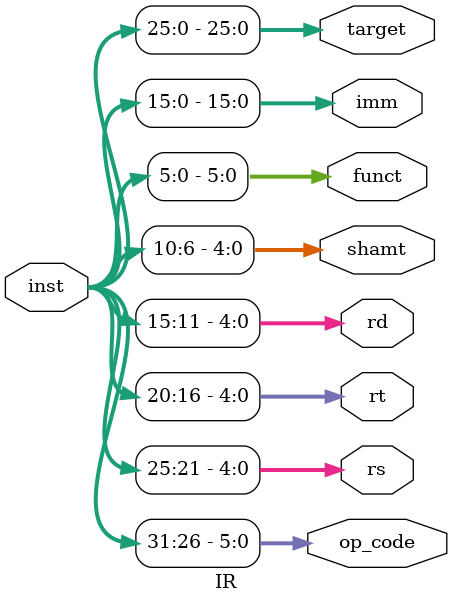
<source format=sv>
`include "mips_defines.vh"
`include "internal_defines.vh"

module IR(
   // Outputs
   output [5:0] op_code,
   output [4:0] rs,
   output [4:0] rt,
   output [4:0] rd,
   output [4:0] shamt,
   output [5:0] funct,
   output [15:0] imm,
   output [25:0] target,
   // Inputs
   input [31:0] inst
);

   assign op_code = inst[31:26];
   assign rs = inst[25:21];
   assign rt = inst[20:16];
   assign rd = inst[15:11];
   assign shamt = inst[10:6];
   assign funct = inst[5:0];
   assign imm = inst[15:0];
   assign target = inst[25:0];

endmodule
</source>
